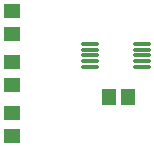
<source format=gbr>
%TF.GenerationSoftware,Altium Limited,Altium Designer,23.10.1 (27)*%
G04 Layer_Color=8421504*
%FSLAX45Y45*%
%MOMM*%
%TF.SameCoordinates,AAB5F705-4A64-4C07-BC12-B6E9AAE413D5*%
%TF.FilePolarity,Positive*%
%TF.FileFunction,Paste,Top*%
%TF.Part,Single*%
G01*
G75*
%TA.AperFunction,SMDPad,CuDef*%
%ADD10R,1.30464X1.45620*%
%ADD11R,1.45000X1.20000*%
G04:AMPARAMS|DCode=12|XSize=1.45mm|YSize=0.3mm|CornerRadius=0.0495mm|HoleSize=0mm|Usage=FLASHONLY|Rotation=0.000|XOffset=0mm|YOffset=0mm|HoleType=Round|Shape=RoundedRectangle|*
%AMROUNDEDRECTD12*
21,1,1.45000,0.20100,0,0,0.0*
21,1,1.35100,0.30000,0,0,0.0*
1,1,0.09900,0.67550,-0.10050*
1,1,0.09900,-0.67550,-0.10050*
1,1,0.09900,-0.67550,0.10050*
1,1,0.09900,0.67550,0.10050*
%
%ADD12ROUNDEDRECTD12*%
D10*
X14168822Y4114800D02*
D03*
X14329977D02*
D03*
D11*
X13347701Y3784600D02*
D03*
Y3984600D02*
D03*
Y4218000D02*
D03*
Y4418000D02*
D03*
Y4849800D02*
D03*
Y4649800D02*
D03*
D12*
X14444000Y4570400D02*
D03*
Y4520400D02*
D03*
Y4470400D02*
D03*
Y4420400D02*
D03*
Y4370400D02*
D03*
X14003999D02*
D03*
Y4420400D02*
D03*
Y4470400D02*
D03*
Y4520400D02*
D03*
Y4570400D02*
D03*
%TF.MD5,44cda142d33a65912cb851371be96db1*%
M02*

</source>
